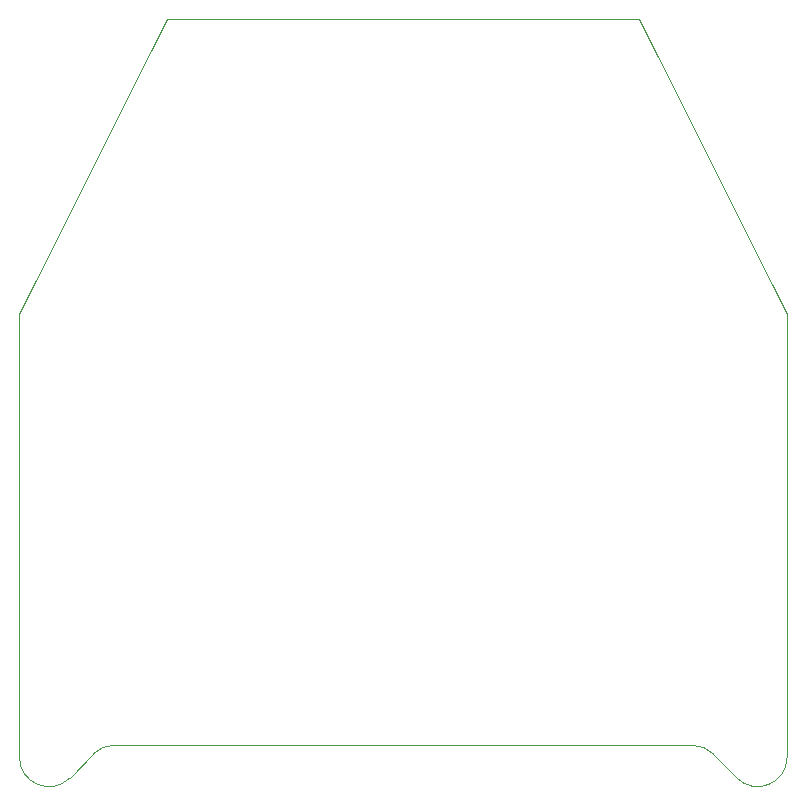
<source format=gbr>
G04*
G04 #@! TF.GenerationSoftware,Altium Limited,Altium Designer,23.8.1 (32)*
G04*
G04 Layer_Color=0*
%FSLAX44Y44*%
%MOMM*%
G71*
G04*
G04 #@! TF.SameCoordinates,B1DDD4D6-6927-4A11-B6FF-346F9E1F7E25*
G04*
G04*
G04 #@! TF.FilePolarity,Positive*
G04*
G01*
G75*
%ADD94C,0.0254*%
D94*
X0Y25000D02*
G03*
X42678Y7322I25000J0D01*
G01*
X62322Y27678D01*
D02*
G02*
X80000Y35000I17678J-17678D01*
G01*
X570000D01*
D02*
G02*
X587678Y27678I0J-25000D01*
G01*
X607322Y7322D01*
D02*
G03*
X650000Y25000I17678J17678D01*
G01*
Y400000D01*
X525000Y650000D01*
X125000D01*
X0Y400000D01*
Y25000D01*
M02*

</source>
